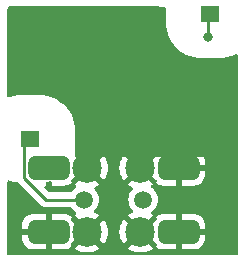
<source format=gbr>
%TF.GenerationSoftware,KiCad,Pcbnew,7.0.2*%
%TF.CreationDate,2024-04-02T19:02:07-04:00*%
%TF.ProjectId,filt2,66696c74-322e-46b6-9963-61645f706362,rev?*%
%TF.SameCoordinates,Original*%
%TF.FileFunction,Copper,L1,Top*%
%TF.FilePolarity,Positive*%
%FSLAX46Y46*%
G04 Gerber Fmt 4.6, Leading zero omitted, Abs format (unit mm)*
G04 Created by KiCad (PCBNEW 7.0.2) date 2024-04-02 19:02:07*
%MOMM*%
%LPD*%
G01*
G04 APERTURE LIST*
G04 Aperture macros list*
%AMRoundRect*
0 Rectangle with rounded corners*
0 $1 Rounding radius*
0 $2 $3 $4 $5 $6 $7 $8 $9 X,Y pos of 4 corners*
0 Add a 4 corners polygon primitive as box body*
4,1,4,$2,$3,$4,$5,$6,$7,$8,$9,$2,$3,0*
0 Add four circle primitives for the rounded corners*
1,1,$1+$1,$2,$3*
1,1,$1+$1,$4,$5*
1,1,$1+$1,$6,$7*
1,1,$1+$1,$8,$9*
0 Add four rect primitives between the rounded corners*
20,1,$1+$1,$2,$3,$4,$5,0*
20,1,$1+$1,$4,$5,$6,$7,0*
20,1,$1+$1,$6,$7,$8,$9,0*
20,1,$1+$1,$8,$9,$2,$3,0*%
G04 Aperture macros list end*
%TA.AperFunction,SMDPad,CuDef*%
%ADD10R,1.524000X1.397000*%
%TD*%
%TA.AperFunction,ComponentPad*%
%ADD11C,1.016000*%
%TD*%
%TA.AperFunction,SMDPad,CuDef*%
%ADD12R,13.208000X5.664200*%
%TD*%
%TA.AperFunction,SMDPad,CuDef*%
%ADD13R,18.796000X2.387600*%
%TD*%
%TA.AperFunction,SMDPad,CuDef*%
%ADD14R,12.700000X4.775200*%
%TD*%
%TA.AperFunction,ComponentPad*%
%ADD15C,1.500000*%
%TD*%
%TA.AperFunction,ComponentPad*%
%ADD16C,2.500000*%
%TD*%
%TA.AperFunction,ComponentPad*%
%ADD17RoundRect,0.500000X-1.250000X0.500000X-1.250000X-0.500000X1.250000X-0.500000X1.250000X0.500000X0*%
%TD*%
%TA.AperFunction,ViaPad*%
%ADD18C,0.800000*%
%TD*%
%TA.AperFunction,Conductor*%
%ADD19C,0.250000*%
%TD*%
G04 APERTURE END LIST*
D10*
%TO.P,U1,1*%
%TO.N,Net-(J2-In)*%
X117460000Y-94135500D03*
%TO.P,U1,2,GND*%
%TO.N,GND*%
X117460000Y-83594500D03*
D11*
%TO.P,U1,3,GND*%
X121778000Y-95215000D03*
X123302000Y-95215000D03*
D10*
X122540000Y-94135500D03*
%TO.P,U1,4,GND*%
X122540000Y-83594500D03*
D11*
%TO.P,U1,5,GND*%
X126858000Y-95215000D03*
X128382000Y-95215000D03*
D10*
X127620000Y-94135500D03*
%TO.P,U1,6,GND*%
X127620000Y-83594500D03*
D11*
%TO.P,U1,7,GND*%
X131938000Y-95215000D03*
X133462000Y-95215000D03*
D10*
X132700000Y-94135500D03*
D12*
X127874000Y-92890900D03*
D11*
X117460000Y-89500000D03*
X120000000Y-89500000D03*
X122540000Y-89500000D03*
X125080000Y-89500000D03*
X127620000Y-89500000D03*
X130160000Y-89500000D03*
X132700000Y-89500000D03*
D13*
X125080000Y-88865000D03*
D11*
X117460000Y-88230000D03*
X120000000Y-88230000D03*
X122540000Y-88230000D03*
X125080000Y-88230000D03*
X127620000Y-88230000D03*
X130160000Y-88230000D03*
X132700000Y-88230000D03*
D14*
X122032000Y-85283600D03*
D10*
%TO.P,U1,8*%
%TO.N,Net-(J1-In)*%
X132700000Y-83594500D03*
%TD*%
D15*
%TO.P,J2,1,In*%
%TO.N,Net-(J2-In)*%
X122000000Y-99300000D03*
D16*
%TO.P,J2,2,Ext*%
%TO.N,GND*%
X122250000Y-96600000D03*
D17*
X119000000Y-96600000D03*
D16*
X122250000Y-102000000D03*
D17*
X119000000Y-102000000D03*
%TD*%
D15*
%TO.P,J1,1,In*%
%TO.N,Net-(J1-In)*%
X127000000Y-99300000D03*
D16*
%TO.P,J1,2,Ext*%
%TO.N,GND*%
X126750000Y-96600000D03*
D17*
X130000000Y-96600000D03*
D16*
X126750000Y-102000000D03*
D17*
X130000000Y-102000000D03*
%TD*%
D18*
%TO.N,GND*%
X133000000Y-99000000D03*
%TO.N,Net-(J1-In)*%
X132500000Y-85500000D03*
%TO.N,GND*%
X125000000Y-91000000D03*
X121500000Y-87500000D03*
%TD*%
D19*
%TO.N,Net-(J1-In)*%
X132500000Y-85500000D02*
X132500000Y-83794500D01*
X132500000Y-83794500D02*
X132700000Y-83594500D01*
%TO.N,Net-(J2-In)*%
X116925000Y-94670500D02*
X117460000Y-94135500D01*
X118783274Y-99300000D02*
X116925000Y-97441726D01*
X116925000Y-97441726D02*
X116925000Y-94670500D01*
X122000000Y-99300000D02*
X118783274Y-99300000D01*
%TD*%
%TA.AperFunction,Conductor*%
%TO.N,GND*%
G36*
X128880539Y-83020185D02*
G01*
X128926294Y-83072989D01*
X128937500Y-83124500D01*
X128937500Y-84408135D01*
X128937500Y-84408180D01*
X128937501Y-84409466D01*
X128943852Y-84554954D01*
X128994509Y-84900782D01*
X129084971Y-85238391D01*
X129086300Y-85241736D01*
X129212680Y-85559856D01*
X129212683Y-85559864D01*
X129214015Y-85563215D01*
X129379896Y-85870862D01*
X129381962Y-85873813D01*
X129381963Y-85873814D01*
X129578305Y-86154219D01*
X129578310Y-86154226D01*
X129580372Y-86157170D01*
X129812730Y-86418270D01*
X130073830Y-86650628D01*
X130076775Y-86652690D01*
X130076780Y-86652694D01*
X130238533Y-86765954D01*
X130360138Y-86851104D01*
X130667785Y-87016985D01*
X130992609Y-87146029D01*
X131330218Y-87236491D01*
X131676046Y-87287148D01*
X131821533Y-87293500D01*
X133578466Y-87293499D01*
X133723954Y-87287148D01*
X134069782Y-87236491D01*
X134407391Y-87146029D01*
X134732215Y-87016985D01*
X134816650Y-86971457D01*
X134884999Y-86956967D01*
X134950334Y-86981730D01*
X134991909Y-87037884D01*
X134999500Y-87080603D01*
X134999500Y-103875500D01*
X134979815Y-103942539D01*
X134927011Y-103988294D01*
X134875500Y-103999500D01*
X115624500Y-103999500D01*
X115557461Y-103979815D01*
X115511706Y-103927011D01*
X115500500Y-103875500D01*
X115500500Y-97769561D01*
X115520185Y-97702522D01*
X115572989Y-97656767D01*
X115642147Y-97646823D01*
X115670278Y-97654321D01*
X115752609Y-97687029D01*
X116090218Y-97777491D01*
X116093779Y-97778012D01*
X116093781Y-97778013D01*
X116115696Y-97781223D01*
X116380522Y-97820014D01*
X116444000Y-97849207D01*
X116462868Y-97869820D01*
X116465405Y-97873312D01*
X116499058Y-97901152D01*
X116507699Y-97909015D01*
X118282470Y-99683787D01*
X118295370Y-99699888D01*
X118346497Y-99747900D01*
X118349294Y-99750611D01*
X118368803Y-99770120D01*
X118371983Y-99772587D01*
X118380845Y-99780155D01*
X118412692Y-99810062D01*
X118430244Y-99819711D01*
X118446512Y-99830397D01*
X118462338Y-99842673D01*
X118502420Y-99860017D01*
X118512907Y-99865155D01*
X118551181Y-99886197D01*
X118559684Y-99888379D01*
X118570582Y-99891178D01*
X118588987Y-99897478D01*
X118607378Y-99905437D01*
X118650524Y-99912270D01*
X118661942Y-99914635D01*
X118704255Y-99925500D01*
X118724290Y-99925500D01*
X118743689Y-99927027D01*
X118763470Y-99930160D01*
X118806948Y-99926050D01*
X118818618Y-99925500D01*
X120846851Y-99925500D01*
X120913890Y-99945185D01*
X120948423Y-99978374D01*
X121038402Y-100106877D01*
X121193123Y-100261598D01*
X121292817Y-100331405D01*
X121336440Y-100385980D01*
X121343633Y-100455479D01*
X121312111Y-100517833D01*
X121291544Y-100535432D01*
X121200832Y-100597278D01*
X121851391Y-101247837D01*
X121732569Y-101319331D01*
X121598342Y-101446477D01*
X121495138Y-101598692D01*
X120895182Y-100998736D01*
X120861697Y-100937413D01*
X120866681Y-100867721D01*
X120895182Y-100823373D01*
X120943431Y-100775123D01*
X120803131Y-100660723D01*
X120622862Y-100566557D01*
X120427329Y-100510609D01*
X120310731Y-100500242D01*
X120305261Y-100500000D01*
X119250000Y-100500000D01*
X119250000Y-101400000D01*
X118750000Y-101400000D01*
X118750000Y-100500000D01*
X117694739Y-100500000D01*
X117689268Y-100500242D01*
X117572670Y-100510609D01*
X117377137Y-100566557D01*
X117196868Y-100660723D01*
X117039247Y-100789247D01*
X116910723Y-100946868D01*
X116816557Y-101127137D01*
X116760609Y-101322670D01*
X116750242Y-101439268D01*
X116750000Y-101444739D01*
X116750000Y-101750000D01*
X117804118Y-101750000D01*
X117765444Y-101843369D01*
X117744823Y-102000000D01*
X117765444Y-102156631D01*
X117804118Y-102250000D01*
X116750000Y-102250000D01*
X116750000Y-102555260D01*
X116750242Y-102560731D01*
X116760609Y-102677329D01*
X116816557Y-102872862D01*
X116910723Y-103053131D01*
X117039247Y-103210752D01*
X117196868Y-103339276D01*
X117377137Y-103433442D01*
X117572670Y-103489390D01*
X117689268Y-103499757D01*
X117694739Y-103500000D01*
X118750000Y-103500000D01*
X118750000Y-102600000D01*
X119250000Y-102600000D01*
X119250000Y-103500000D01*
X120305261Y-103500000D01*
X120310731Y-103499757D01*
X120427329Y-103489390D01*
X120622862Y-103433442D01*
X120803133Y-103339276D01*
X120943432Y-103224874D01*
X120895183Y-103176624D01*
X120861698Y-103115301D01*
X120866682Y-103045609D01*
X120895183Y-103001262D01*
X121498766Y-102397678D01*
X121542316Y-102479822D01*
X121662009Y-102620735D01*
X121809195Y-102732623D01*
X121851402Y-102752150D01*
X121200831Y-103402720D01*
X121372546Y-103519793D01*
X121608860Y-103633596D01*
X121859496Y-103710908D01*
X122118856Y-103750000D01*
X122381144Y-103750000D01*
X122640503Y-103710908D01*
X122891139Y-103633596D01*
X123127456Y-103519792D01*
X123299167Y-103402720D01*
X122648609Y-102752161D01*
X122767431Y-102680669D01*
X122901658Y-102553523D01*
X123004861Y-102401308D01*
X123652124Y-103048571D01*
X123699972Y-102988572D01*
X123831117Y-102761423D01*
X123926940Y-102517270D01*
X123985306Y-102261552D01*
X124004907Y-102000000D01*
X124995092Y-102000000D01*
X125014693Y-102261552D01*
X125073059Y-102517270D01*
X125168882Y-102761424D01*
X125300027Y-102988573D01*
X125347873Y-103048571D01*
X125347874Y-103048571D01*
X125998766Y-102397679D01*
X126042316Y-102479822D01*
X126162009Y-102620735D01*
X126309195Y-102732623D01*
X126351402Y-102752150D01*
X125700831Y-103402720D01*
X125872546Y-103519793D01*
X126108860Y-103633596D01*
X126359496Y-103710908D01*
X126618856Y-103750000D01*
X126881144Y-103750000D01*
X127140503Y-103710908D01*
X127391139Y-103633596D01*
X127627456Y-103519792D01*
X127799167Y-103402720D01*
X127148609Y-102752161D01*
X127267431Y-102680669D01*
X127401658Y-102553523D01*
X127504861Y-102401308D01*
X128104816Y-103001262D01*
X128138301Y-103062585D01*
X128133317Y-103132276D01*
X128104816Y-103176624D01*
X128056566Y-103224874D01*
X128196868Y-103339276D01*
X128377137Y-103433442D01*
X128572670Y-103489390D01*
X128689268Y-103499757D01*
X128694739Y-103500000D01*
X129750000Y-103500000D01*
X129750000Y-102600000D01*
X130250000Y-102600000D01*
X130250000Y-103500000D01*
X131305261Y-103500000D01*
X131310731Y-103499757D01*
X131427329Y-103489390D01*
X131622862Y-103433442D01*
X131803131Y-103339276D01*
X131960752Y-103210752D01*
X132089276Y-103053131D01*
X132183442Y-102872862D01*
X132239390Y-102677329D01*
X132249757Y-102560731D01*
X132250000Y-102555260D01*
X132250000Y-102250000D01*
X131195882Y-102250000D01*
X131234556Y-102156631D01*
X131255177Y-102000000D01*
X131234556Y-101843369D01*
X131195882Y-101750000D01*
X132250000Y-101750000D01*
X132250000Y-101444739D01*
X132249757Y-101439268D01*
X132239390Y-101322670D01*
X132183442Y-101127137D01*
X132089276Y-100946868D01*
X131960752Y-100789247D01*
X131803131Y-100660723D01*
X131622862Y-100566557D01*
X131427329Y-100510609D01*
X131310731Y-100500242D01*
X131305261Y-100500000D01*
X130250000Y-100500000D01*
X130250000Y-101400000D01*
X129750000Y-101400000D01*
X129750000Y-100500000D01*
X128694739Y-100500000D01*
X128689268Y-100500242D01*
X128572670Y-100510609D01*
X128377135Y-100566558D01*
X128196869Y-100660721D01*
X128056566Y-100775123D01*
X128056565Y-100775124D01*
X128104816Y-100823375D01*
X128138301Y-100884698D01*
X128133317Y-100954390D01*
X128104816Y-100998737D01*
X127501232Y-101602319D01*
X127457684Y-101520178D01*
X127337991Y-101379265D01*
X127190805Y-101267377D01*
X127148596Y-101247848D01*
X127799167Y-100597278D01*
X127708455Y-100535432D01*
X127664153Y-100481403D01*
X127656094Y-100411999D01*
X127686837Y-100349257D01*
X127707178Y-100331407D01*
X127806877Y-100261598D01*
X127961598Y-100106877D01*
X128087102Y-99927639D01*
X128179575Y-99729330D01*
X128236207Y-99517977D01*
X128255277Y-99300000D01*
X128236207Y-99082023D01*
X128179575Y-98870670D01*
X128087102Y-98672362D01*
X127961598Y-98493123D01*
X127806877Y-98338402D01*
X127707181Y-98268594D01*
X127663558Y-98214019D01*
X127656366Y-98144520D01*
X127687888Y-98082166D01*
X127708455Y-98064568D01*
X127799167Y-98002720D01*
X127148609Y-97352161D01*
X127267431Y-97280669D01*
X127401658Y-97153523D01*
X127504861Y-97001308D01*
X128104816Y-97601262D01*
X128138301Y-97662585D01*
X128133317Y-97732276D01*
X128104816Y-97776624D01*
X128056566Y-97824874D01*
X128196868Y-97939276D01*
X128377137Y-98033442D01*
X128572670Y-98089390D01*
X128689268Y-98099757D01*
X128694739Y-98100000D01*
X129750000Y-98100000D01*
X129750000Y-97200000D01*
X130250000Y-97200000D01*
X130250000Y-98100000D01*
X131305261Y-98100000D01*
X131310731Y-98099757D01*
X131427329Y-98089390D01*
X131622862Y-98033442D01*
X131803131Y-97939276D01*
X131960752Y-97810752D01*
X132089276Y-97653131D01*
X132183442Y-97472862D01*
X132239390Y-97277329D01*
X132249757Y-97160731D01*
X132250000Y-97155260D01*
X132250000Y-96850000D01*
X131195882Y-96850000D01*
X131234556Y-96756631D01*
X131255177Y-96600000D01*
X131234556Y-96443369D01*
X131195882Y-96350000D01*
X132250000Y-96350000D01*
X132250000Y-96044739D01*
X132249757Y-96039268D01*
X132239390Y-95922670D01*
X132183442Y-95727137D01*
X132089276Y-95546868D01*
X131960752Y-95389247D01*
X131803131Y-95260723D01*
X131622862Y-95166557D01*
X131427329Y-95110609D01*
X131310731Y-95100242D01*
X131305261Y-95100000D01*
X130250000Y-95100000D01*
X130250000Y-96000000D01*
X129750000Y-96000000D01*
X129750000Y-95100000D01*
X128694739Y-95100000D01*
X128689268Y-95100242D01*
X128572670Y-95110609D01*
X128377135Y-95166558D01*
X128196869Y-95260721D01*
X128056566Y-95375123D01*
X128056565Y-95375124D01*
X128104816Y-95423375D01*
X128138301Y-95484698D01*
X128133317Y-95554390D01*
X128104816Y-95598737D01*
X127501232Y-96202319D01*
X127457684Y-96120178D01*
X127337991Y-95979265D01*
X127190805Y-95867377D01*
X127148596Y-95847848D01*
X127799167Y-95197278D01*
X127627451Y-95080205D01*
X127391139Y-94966403D01*
X127140503Y-94889091D01*
X126881144Y-94850000D01*
X126618856Y-94850000D01*
X126359496Y-94889091D01*
X126108860Y-94966403D01*
X125872545Y-95080206D01*
X125700831Y-95197278D01*
X126351390Y-95847838D01*
X126232569Y-95919331D01*
X126098342Y-96046477D01*
X125995138Y-96198692D01*
X125347873Y-95551427D01*
X125300028Y-95611424D01*
X125168882Y-95838576D01*
X125073059Y-96082729D01*
X125014693Y-96338447D01*
X124995092Y-96600000D01*
X125014693Y-96861552D01*
X125073059Y-97117270D01*
X125168882Y-97361424D01*
X125300027Y-97588573D01*
X125347873Y-97648571D01*
X125347874Y-97648571D01*
X125998766Y-96997679D01*
X126042316Y-97079822D01*
X126162009Y-97220735D01*
X126309195Y-97332623D01*
X126351402Y-97352150D01*
X125700831Y-98002720D01*
X125872546Y-98119793D01*
X126079018Y-98219226D01*
X126130878Y-98266049D01*
X126149190Y-98333476D01*
X126128142Y-98400100D01*
X126112898Y-98418627D01*
X126038400Y-98493125D01*
X125912898Y-98672361D01*
X125820425Y-98870668D01*
X125763792Y-99082025D01*
X125744722Y-99300000D01*
X125763792Y-99517974D01*
X125820425Y-99729331D01*
X125844128Y-99780161D01*
X125912898Y-99927639D01*
X126038402Y-100106877D01*
X126038404Y-100106879D01*
X126038405Y-100106880D01*
X126112897Y-100181372D01*
X126146382Y-100242695D01*
X126141398Y-100312387D01*
X126099526Y-100368320D01*
X126079018Y-100380773D01*
X125872546Y-100480206D01*
X125700831Y-100597278D01*
X126351390Y-101247838D01*
X126232569Y-101319331D01*
X126098342Y-101446477D01*
X125995138Y-101598692D01*
X125347873Y-100951427D01*
X125300028Y-101011424D01*
X125168882Y-101238576D01*
X125073059Y-101482729D01*
X125014693Y-101738447D01*
X124995092Y-102000000D01*
X124004907Y-102000000D01*
X124004907Y-101999999D01*
X123985306Y-101738447D01*
X123926940Y-101482729D01*
X123831117Y-101238575D01*
X123699972Y-101011426D01*
X123652125Y-100951427D01*
X123001232Y-101602319D01*
X122957684Y-101520178D01*
X122837991Y-101379265D01*
X122690805Y-101267377D01*
X122648596Y-101247849D01*
X123299167Y-100597278D01*
X123127451Y-100480205D01*
X122920981Y-100380774D01*
X122869122Y-100333952D01*
X122850809Y-100266525D01*
X122871857Y-100199901D01*
X122887102Y-100181373D01*
X122887101Y-100181372D01*
X122961598Y-100106877D01*
X123087102Y-99927639D01*
X123179575Y-99729330D01*
X123236207Y-99517977D01*
X123255277Y-99300000D01*
X123236207Y-99082023D01*
X123179575Y-98870670D01*
X123087102Y-98672362D01*
X122961598Y-98493123D01*
X122887102Y-98418627D01*
X122853617Y-98357304D01*
X122858601Y-98287612D01*
X122900473Y-98231679D01*
X122920981Y-98219226D01*
X123127456Y-98119792D01*
X123299167Y-98002720D01*
X122648609Y-97352161D01*
X122767431Y-97280669D01*
X122901658Y-97153523D01*
X123004861Y-97001308D01*
X123652124Y-97648571D01*
X123699972Y-97588572D01*
X123831117Y-97361423D01*
X123926940Y-97117270D01*
X123985306Y-96861552D01*
X124004907Y-96600000D01*
X123985306Y-96338447D01*
X123926940Y-96082729D01*
X123831117Y-95838575D01*
X123699972Y-95611426D01*
X123652125Y-95551427D01*
X123001232Y-96202319D01*
X122957684Y-96120178D01*
X122837991Y-95979265D01*
X122690805Y-95867377D01*
X122648596Y-95847849D01*
X123299167Y-95197278D01*
X123127451Y-95080205D01*
X122891139Y-94966403D01*
X122640503Y-94889091D01*
X122381144Y-94850000D01*
X122118856Y-94850000D01*
X121859496Y-94889091D01*
X121608860Y-94966403D01*
X121400199Y-95066889D01*
X121331257Y-95078241D01*
X121267123Y-95050519D01*
X121228157Y-94992523D01*
X121222427Y-94952453D01*
X121222440Y-94951831D01*
X121222500Y-94950467D01*
X121222499Y-93320534D01*
X121216148Y-93175046D01*
X121165491Y-92829218D01*
X121075029Y-92491609D01*
X120945985Y-92166785D01*
X120780104Y-91859138D01*
X120579628Y-91572830D01*
X120347270Y-91311730D01*
X120086170Y-91079372D01*
X120083226Y-91077310D01*
X120083219Y-91077305D01*
X119802814Y-90880963D01*
X119802813Y-90880962D01*
X119799862Y-90878896D01*
X119492215Y-90713015D01*
X119488864Y-90711683D01*
X119488856Y-90711680D01*
X119170736Y-90585300D01*
X119170737Y-90585300D01*
X119167391Y-90583971D01*
X119163924Y-90583042D01*
X119163918Y-90583040D01*
X118833258Y-90494440D01*
X118833251Y-90494438D01*
X118829782Y-90493509D01*
X118826227Y-90492988D01*
X118826221Y-90492987D01*
X118487082Y-90443310D01*
X118487078Y-90443309D01*
X118483954Y-90442852D01*
X118480810Y-90442714D01*
X118480792Y-90442713D01*
X118339839Y-90436559D01*
X118339798Y-90436558D01*
X118338467Y-90436500D01*
X118337092Y-90436500D01*
X116582864Y-90436500D01*
X116582818Y-90436500D01*
X116581534Y-90436501D01*
X116580206Y-90436558D01*
X116580204Y-90436559D01*
X116439206Y-90442714D01*
X116439204Y-90442714D01*
X116436046Y-90442852D01*
X116432921Y-90443309D01*
X116432918Y-90443310D01*
X116093778Y-90492987D01*
X116093769Y-90492988D01*
X116090218Y-90493509D01*
X116086751Y-90494437D01*
X116086741Y-90494440D01*
X115756081Y-90583040D01*
X115756070Y-90583043D01*
X115752609Y-90583971D01*
X115749272Y-90585296D01*
X115749262Y-90585300D01*
X115670281Y-90616677D01*
X115600710Y-90623134D01*
X115538692Y-90590954D01*
X115503918Y-90530352D01*
X115500500Y-90501438D01*
X115500500Y-83124500D01*
X115520185Y-83057461D01*
X115572989Y-83011706D01*
X115624500Y-83000500D01*
X128813500Y-83000500D01*
X128880539Y-83020185D01*
G37*
%TD.AperFunction*%
%TA.AperFunction,Conductor*%
G36*
X121542316Y-97079822D02*
G01*
X121662009Y-97220735D01*
X121809195Y-97332623D01*
X121851402Y-97352150D01*
X121200831Y-98002720D01*
X121291544Y-98064567D01*
X121335846Y-98118596D01*
X121343906Y-98187999D01*
X121313163Y-98250742D01*
X121292817Y-98268596D01*
X121193119Y-98338405D01*
X121038402Y-98493122D01*
X120948426Y-98621623D01*
X120893849Y-98665248D01*
X120846851Y-98674500D01*
X119093727Y-98674500D01*
X119026688Y-98654815D01*
X119006046Y-98638181D01*
X118679546Y-98311681D01*
X118646061Y-98250358D01*
X118651045Y-98180666D01*
X118692917Y-98124733D01*
X118744510Y-98105489D01*
X118750000Y-98100000D01*
X118750000Y-97894017D01*
X118769685Y-97826978D01*
X118822489Y-97781223D01*
X118841907Y-97774242D01*
X119093907Y-97706719D01*
X119163756Y-97708382D01*
X119221619Y-97747544D01*
X119249123Y-97811773D01*
X119250000Y-97826494D01*
X119250000Y-98100000D01*
X120305261Y-98100000D01*
X120310731Y-98099757D01*
X120427329Y-98089390D01*
X120622862Y-98033442D01*
X120803133Y-97939276D01*
X120943432Y-97824874D01*
X120895183Y-97776624D01*
X120861698Y-97715301D01*
X120866682Y-97645609D01*
X120895183Y-97601262D01*
X121498766Y-96997679D01*
X121542316Y-97079822D01*
G37*
%TD.AperFunction*%
%TD*%
M02*

</source>
